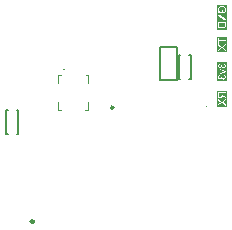
<source format=gbo>
G04*
G04 #@! TF.GenerationSoftware,Altium Limited,Altium Designer,24.4.1 (13)*
G04*
G04 Layer_Color=32896*
%FSLAX44Y44*%
%MOMM*%
G71*
G04*
G04 #@! TF.SameCoordinates,CC372D61-D2D5-4D84-A055-2445D59649BF*
G04*
G04*
G04 #@! TF.FilePolarity,Positive*
G04*
G01*
G75*
%ADD10C,0.2500*%
%ADD12C,0.1500*%
%ADD68C,0.1000*%
G36*
X942699Y802575D02*
Y789425D01*
X934301D01*
Y802575D01*
X942699D01*
D02*
G37*
G36*
Y756825D02*
Y743175D01*
X934301D01*
Y756825D01*
X942699D01*
D02*
G37*
G36*
X942810Y808542D02*
X934190D01*
Y829458D01*
X942810D01*
Y808542D01*
D02*
G37*
G36*
X942768Y780819D02*
Y765181D01*
X934232D01*
Y780819D01*
X942768D01*
D02*
G37*
%LPC*%
G36*
X941699Y801575D02*
Y799467D01*
X936059D01*
Y801575D01*
X941699D01*
X935301D01*
Y796508D01*
X936059D01*
Y798616D01*
X941699D01*
Y801575D01*
D02*
G37*
G36*
Y796287D02*
X938389Y793818D01*
X935301Y796000D01*
Y796287D01*
Y790425D01*
D01*
Y790601D01*
X938343Y792820D01*
X941699Y790425D01*
Y791470D01*
X939425Y793088D01*
X939415Y793097D01*
X939388Y793115D01*
X939351Y793134D01*
X939304Y793171D01*
X939175Y793254D01*
X939036Y793346D01*
X939045Y793356D01*
X939082Y793383D01*
X939138Y793420D01*
X939212Y793467D01*
X939360Y793568D01*
X939425Y793615D01*
X939480Y793652D01*
X941699Y795270D01*
Y796287D01*
D02*
G37*
%LPD*%
G36*
X936947Y793827D02*
X936956D01*
X936965Y793809D01*
X936993Y793790D01*
X937030Y793763D01*
X937122Y793707D01*
X937233Y793624D01*
X937363Y793541D01*
X937492Y793457D01*
X937612Y793383D01*
X937723Y793319D01*
X937705Y793310D01*
X937668Y793282D01*
X937594Y793236D01*
X937501Y793171D01*
X937400Y793097D01*
X937270Y793005D01*
X937141Y792912D01*
X937002Y792801D01*
X935301Y791525D01*
Y794992D01*
X936947Y793827D01*
D02*
G37*
%LPC*%
G36*
X941699Y755825D02*
X935301D01*
Y750203D01*
Y752857D01*
X935310Y752783D01*
Y752700D01*
X935320Y752506D01*
X935347Y752302D01*
X935375Y752080D01*
X935421Y751877D01*
X935449Y751775D01*
X935477Y751692D01*
Y751683D01*
X935486Y751674D01*
X935514Y751618D01*
X935551Y751535D01*
X935615Y751433D01*
X935698Y751322D01*
X935809Y751202D01*
X935939Y751091D01*
X936087Y750980D01*
X936096D01*
X936105Y750971D01*
X936161Y750934D01*
X936253Y750897D01*
X936374Y750841D01*
X936512Y750795D01*
X936679Y750749D01*
X936854Y750721D01*
X937048Y750712D01*
X937058D01*
X937076D01*
X937113D01*
X937159Y750721D01*
X937224D01*
X937289Y750730D01*
X937446Y750767D01*
X937631Y750823D01*
X937825Y750897D01*
X938019Y751008D01*
X938112Y751082D01*
X938204Y751156D01*
X938213Y751165D01*
X938223Y751174D01*
X938250Y751202D01*
X938278Y751239D01*
X938315Y751285D01*
X938352Y751341D01*
X938398Y751415D01*
X938454Y751489D01*
X938500Y751581D01*
X938546Y751683D01*
X938602Y751794D01*
X938648Y751914D01*
X938685Y752053D01*
X938731Y752191D01*
X938759Y752348D01*
X938787Y752515D01*
X938796Y752496D01*
X938814Y752459D01*
X938851Y752404D01*
X938888Y752330D01*
X938990Y752163D01*
X939055Y752080D01*
X939110Y752006D01*
X939129Y751988D01*
X939175Y751942D01*
X939249Y751868D01*
X939341Y751775D01*
X939471Y751674D01*
X939609Y751553D01*
X939776Y751433D01*
X939961Y751304D01*
X941699Y750203D01*
Y751257D01*
X940368Y752099D01*
X940358D01*
X940340Y752117D01*
X940312Y752136D01*
X940275Y752163D01*
X940173Y752228D01*
X940044Y752311D01*
X939905Y752413D01*
X939757Y752515D01*
X939619Y752617D01*
X939489Y752709D01*
X939480Y752718D01*
X939443Y752746D01*
X939388Y752792D01*
X939323Y752857D01*
X939184Y752996D01*
X939119Y753070D01*
X939064Y753143D01*
X939055Y753153D01*
X939045Y753171D01*
X939027Y753208D01*
X938999Y753264D01*
X938971Y753319D01*
X938944Y753384D01*
X938897Y753532D01*
Y753541D01*
X938888Y753560D01*
Y753597D01*
X938879Y753643D01*
X938870Y753708D01*
Y753782D01*
X938860Y753883D01*
Y754974D01*
X941699D01*
Y755825D01*
D02*
G37*
G36*
Y750037D02*
X938389Y747568D01*
X935301Y749750D01*
Y750037D01*
Y748743D01*
X936947Y747578D01*
X936956D01*
X936965Y747559D01*
X936993Y747541D01*
X937030Y747513D01*
X937122Y747458D01*
X937233Y747374D01*
X937363Y747291D01*
X937492Y747208D01*
X937612Y747134D01*
X937723Y747069D01*
X937705Y747060D01*
X937668Y747032D01*
X937594Y746986D01*
X937501Y746921D01*
X937400Y746847D01*
X937270Y746755D01*
X937141Y746662D01*
X937002Y746551D01*
X935301Y745275D01*
Y744175D01*
Y744351D01*
X938343Y746570D01*
X941699Y744175D01*
Y745220D01*
X939425Y746838D01*
X939415Y746847D01*
X939388Y746866D01*
X939351Y746884D01*
X939304Y746921D01*
X939175Y747004D01*
X939036Y747097D01*
X939045Y747106D01*
X939082Y747134D01*
X939138Y747171D01*
X939212Y747217D01*
X939360Y747319D01*
X939425Y747365D01*
X939480Y747402D01*
X941699Y749020D01*
Y750037D01*
D02*
G37*
%LPD*%
G36*
X938130Y753070D02*
X938121Y752959D01*
X938112Y752829D01*
X938102Y752681D01*
X938084Y752533D01*
X938056Y752385D01*
X938019Y752256D01*
X938010Y752237D01*
X937991Y752200D01*
X937964Y752145D01*
X937927Y752071D01*
X937871Y751988D01*
X937806Y751905D01*
X937723Y751821D01*
X937631Y751757D01*
X937622Y751747D01*
X937585Y751729D01*
X937529Y751701D01*
X937455Y751664D01*
X937372Y751637D01*
X937280Y751609D01*
X937169Y751590D01*
X937058Y751581D01*
X937048D01*
X937039D01*
X936984Y751590D01*
X936900Y751600D01*
X936789Y751618D01*
X936679Y751664D01*
X936549Y751720D01*
X936429Y751803D01*
X936309Y751914D01*
X936300Y751932D01*
X936263Y751979D01*
X936216Y752053D01*
X936161Y752173D01*
X936105Y752311D01*
X936059Y752496D01*
X936022Y752709D01*
X936013Y752959D01*
Y754974D01*
X938130D01*
Y753070D01*
D02*
G37*
%LPC*%
G36*
X938537Y828458D02*
X935190D01*
Y822532D01*
Y825139D01*
X935199Y825084D01*
Y825010D01*
X935218Y824834D01*
X935246Y824640D01*
X935292Y824436D01*
X935347Y824214D01*
X935421Y824002D01*
Y823993D01*
X935430Y823974D01*
X935440Y823946D01*
X935458Y823909D01*
X935514Y823808D01*
X935578Y823678D01*
X935671Y823540D01*
X935782Y823392D01*
X935902Y823253D01*
X936050Y823123D01*
X936068Y823105D01*
X936124Y823068D01*
X936207Y823013D01*
X936327Y822939D01*
X936475Y822865D01*
X936660Y822781D01*
X936863Y822698D01*
X937095Y822634D01*
X937298Y823401D01*
X937289D01*
X937280Y823410D01*
X937252Y823419D01*
X937215Y823429D01*
X937132Y823456D01*
X937021Y823493D01*
X936891Y823549D01*
X936771Y823614D01*
X936642Y823678D01*
X936531Y823762D01*
X936521Y823771D01*
X936484Y823799D01*
X936438Y823854D01*
X936374Y823919D01*
X936300Y824002D01*
X936226Y824113D01*
X936152Y824233D01*
X936087Y824372D01*
X936078Y824390D01*
X936059Y824436D01*
X936031Y824520D01*
X935994Y824631D01*
X935967Y824760D01*
X935939Y824908D01*
X935920Y825074D01*
X935911Y825250D01*
Y825352D01*
X935920Y825398D01*
Y825453D01*
X935930Y825592D01*
X935957Y825749D01*
X935985Y825925D01*
X936031Y826091D01*
X936096Y826258D01*
X936105Y826276D01*
X936124Y826332D01*
X936170Y826406D01*
X936216Y826498D01*
X936290Y826609D01*
X936364Y826729D01*
X936457Y826840D01*
X936558Y826942D01*
X936568Y826951D01*
X936605Y826988D01*
X936669Y827034D01*
X936743Y827090D01*
X936836Y827155D01*
X936947Y827219D01*
X937067Y827284D01*
X937196Y827349D01*
X937206D01*
X937224Y827358D01*
X937252Y827367D01*
X937298Y827386D01*
X937354Y827404D01*
X937418Y827423D01*
X937492Y827450D01*
X937575Y827469D01*
X937770Y827515D01*
X937991Y827552D01*
X938223Y827580D01*
X938482Y827589D01*
X938491D01*
X938519D01*
X938565D01*
X938620Y827580D01*
X938694D01*
X938787Y827571D01*
X938879Y827561D01*
X938981Y827552D01*
X939212Y827515D01*
X939452Y827469D01*
X939693Y827395D01*
X939924Y827302D01*
X939933D01*
X939951Y827284D01*
X939979Y827275D01*
X940016Y827247D01*
X940118Y827182D01*
X940247Y827081D01*
X940386Y826960D01*
X940525Y826813D01*
X940654Y826637D01*
X940774Y826443D01*
Y826433D01*
X940784Y826415D01*
X940802Y826387D01*
X940821Y826341D01*
X940839Y826295D01*
X940858Y826230D01*
X940913Y826082D01*
X940959Y825897D01*
X941005Y825694D01*
X941042Y825472D01*
X941052Y825241D01*
Y825148D01*
X941042Y825093D01*
Y825037D01*
X941024Y824899D01*
X941005Y824732D01*
X940969Y824557D01*
X940913Y824362D01*
X940848Y824168D01*
Y824159D01*
X940839Y824140D01*
X940830Y824122D01*
X940811Y824085D01*
X940765Y823983D01*
X940710Y823872D01*
X940645Y823743D01*
X940571Y823604D01*
X940488Y823475D01*
X940395Y823364D01*
X939193D01*
Y825250D01*
X938435D01*
Y822532D01*
X940811D01*
X940821Y822541D01*
X940830Y822560D01*
X940858Y822597D01*
X940895Y822643D01*
X940932Y822698D01*
X940978Y822763D01*
X941033Y822846D01*
X941089Y822929D01*
X941209Y823123D01*
X941338Y823345D01*
X941459Y823577D01*
X941560Y823826D01*
Y823835D01*
X941570Y823854D01*
X941579Y823891D01*
X941597Y823937D01*
X941616Y824002D01*
X941644Y824076D01*
X941662Y824159D01*
X941681Y824242D01*
X941727Y824446D01*
X941773Y824677D01*
X941801Y824926D01*
X941810Y825185D01*
Y825278D01*
X941801Y825342D01*
Y825426D01*
X941791Y825527D01*
X941773Y825638D01*
X941764Y825759D01*
X941708Y826027D01*
X941644Y826313D01*
X941542Y826609D01*
X941486Y826757D01*
X941412Y826905D01*
X941403Y826914D01*
X941394Y826942D01*
X941366Y826979D01*
X941338Y827034D01*
X941292Y827099D01*
X941246Y827164D01*
X941116Y827339D01*
X940950Y827524D01*
X940747Y827719D01*
X940516Y827904D01*
X940247Y828070D01*
X940238D01*
X940210Y828088D01*
X940173Y828107D01*
X940109Y828135D01*
X940044Y828162D01*
X939951Y828190D01*
X939859Y828227D01*
X939748Y828264D01*
X939628Y828301D01*
X939489Y828338D01*
X939351Y828366D01*
X939203Y828393D01*
X938879Y828440D01*
X938537Y828458D01*
D02*
G37*
G36*
X941699Y821293D02*
X935301D01*
Y816254D01*
X941699D01*
Y817132D01*
X936679Y820479D01*
X941699D01*
Y821293D01*
D02*
G37*
G36*
Y814830D02*
X935301D01*
Y809542D01*
D01*
Y812371D01*
X935310Y812205D01*
X935320Y812020D01*
X935338Y811835D01*
X935366Y811650D01*
X935394Y811493D01*
Y811483D01*
X935403Y811465D01*
Y811437D01*
X935421Y811400D01*
X935449Y811298D01*
X935495Y811169D01*
X935560Y811021D01*
X935643Y810864D01*
X935735Y810707D01*
X935856Y810559D01*
X935865Y810549D01*
X935874Y810540D01*
X935902Y810512D01*
X935930Y810475D01*
X936022Y810383D01*
X936152Y810272D01*
X936309Y810152D01*
X936494Y810023D01*
X936706Y809902D01*
X936947Y809801D01*
X936956D01*
X936974Y809791D01*
X937011Y809773D01*
X937067Y809764D01*
X937132Y809736D01*
X937206Y809717D01*
X937289Y809699D01*
X937391Y809671D01*
X937492Y809643D01*
X937612Y809625D01*
X937871Y809579D01*
X938158Y809551D01*
X938472Y809542D01*
X938592D01*
X938657Y809551D01*
X938731D01*
X938907Y809560D01*
X939110Y809588D01*
X939323Y809616D01*
X939545Y809662D01*
X939767Y809717D01*
X939776D01*
X939794Y809727D01*
X939822Y809736D01*
X939859Y809745D01*
X939961Y809782D01*
X940090Y809838D01*
X940238Y809893D01*
X940386Y809967D01*
X940543Y810060D01*
X940691Y810152D01*
X940710Y810161D01*
X940756Y810198D01*
X940821Y810254D01*
X940904Y810328D01*
X940996Y810411D01*
X941089Y810512D01*
X941190Y810614D01*
X941274Y810734D01*
X941283Y810753D01*
X941311Y810790D01*
X941348Y810855D01*
X941394Y810947D01*
X941449Y811058D01*
X941496Y811188D01*
X941551Y811335D01*
X941597Y811502D01*
Y811520D01*
X941607Y811548D01*
X941616Y811576D01*
X941625Y811668D01*
X941644Y811798D01*
X941662Y811946D01*
X941681Y812121D01*
X941690Y812315D01*
X941699Y812528D01*
Y814830D01*
D02*
G37*
%LPD*%
G36*
X938380Y828449D02*
X938297D01*
X938195Y828440D01*
X938093Y828421D01*
X937973Y828412D01*
X937843Y828384D01*
X937705Y828366D01*
X937409Y828292D01*
X937104Y828199D01*
X936799Y828070D01*
X936789Y828061D01*
X936762Y828051D01*
X936725Y828033D01*
X936669Y827996D01*
X936595Y827959D01*
X936521Y827913D01*
X936346Y827783D01*
X936142Y827626D01*
X935948Y827432D01*
X935754Y827210D01*
X935671Y827081D01*
X935588Y826951D01*
X935578Y826942D01*
X935569Y826914D01*
X935551Y826877D01*
X935523Y826822D01*
X935495Y826748D01*
X935458Y826665D01*
X935421Y826572D01*
X935384Y826461D01*
X935347Y826341D01*
X935320Y826212D01*
X935283Y826073D01*
X935255Y825925D01*
X935209Y825601D01*
X935190Y825435D01*
Y828458D01*
X938445D01*
X938380Y828449D01*
D02*
G37*
G36*
X940331Y817068D02*
X935301D01*
Y820424D01*
X940331Y817068D01*
D02*
G37*
G36*
X940941Y812463D02*
X940932Y812399D01*
X940922Y812260D01*
X940913Y812103D01*
X940895Y811936D01*
X940867Y811770D01*
X940830Y811631D01*
X940821Y811613D01*
X940811Y811566D01*
X940784Y811502D01*
X940747Y811419D01*
X940691Y811326D01*
X940636Y811234D01*
X940571Y811141D01*
X940497Y811049D01*
X940479Y811040D01*
X940442Y811003D01*
X940377Y810947D01*
X940284Y810882D01*
X940164Y810808D01*
X940025Y810725D01*
X939868Y810651D01*
X939693Y810586D01*
X939683D01*
X939665Y810577D01*
X939637Y810568D01*
X939600Y810559D01*
X939554Y810549D01*
X939489Y810531D01*
X939425Y810512D01*
X939351Y810494D01*
X939166Y810466D01*
X938953Y810439D01*
X938713Y810420D01*
X938454Y810411D01*
X938445D01*
X938408D01*
X938361D01*
X938287Y810420D01*
X938204D01*
X938112Y810429D01*
X938001Y810439D01*
X937890Y810448D01*
X937640Y810494D01*
X937381Y810549D01*
X937141Y810633D01*
X937021Y810688D01*
X936919Y810744D01*
X936910D01*
X936891Y810762D01*
X936863Y810781D01*
X936826Y810799D01*
X936734Y810873D01*
X936623Y810966D01*
X936503Y811086D01*
X936383Y811224D01*
X936281Y811382D01*
X936198Y811548D01*
X936189Y811566D01*
X936179Y811613D01*
X936152Y811696D01*
X936124Y811816D01*
X936105Y811964D01*
X936078Y812149D01*
X936068Y812260D01*
Y812380D01*
X936059Y812500D01*
Y813980D01*
X940941D01*
Y812463D01*
D02*
G37*
%LPC*%
G36*
X939965Y779819D02*
D01*
X939864Y779033D01*
X939873D01*
X939891Y779024D01*
X939928Y779014D01*
X939975Y779005D01*
X940030Y778996D01*
X940095Y778977D01*
X940234Y778931D01*
X940400Y778866D01*
X940557Y778783D01*
X940705Y778691D01*
X940835Y778580D01*
X940844Y778561D01*
X940881Y778524D01*
X940927Y778450D01*
X940973Y778358D01*
X941029Y778247D01*
X941075Y778108D01*
X941112Y777951D01*
X941121Y777785D01*
Y777729D01*
X941112Y777692D01*
X941103Y777590D01*
X941075Y777461D01*
X941029Y777313D01*
X940964Y777156D01*
X940871Y776999D01*
X940742Y776851D01*
X940723Y776832D01*
X940668Y776786D01*
X940585Y776731D01*
X940474Y776657D01*
X940335Y776583D01*
X940178Y776527D01*
X939993Y776481D01*
X939790Y776462D01*
X939781D01*
X939762D01*
X939734D01*
X939697Y776472D01*
X939596Y776481D01*
X939475Y776509D01*
X939327Y776546D01*
X939180Y776610D01*
X939032Y776703D01*
X938893Y776823D01*
X938874Y776842D01*
X938837Y776888D01*
X938782Y776962D01*
X938717Y777064D01*
X938652Y777193D01*
X938597Y777350D01*
X938560Y777526D01*
X938542Y777720D01*
Y777803D01*
X938551Y777868D01*
X938560Y777951D01*
X938578Y778044D01*
X938597Y778155D01*
X938625Y778275D01*
X937931Y778182D01*
Y778136D01*
X937941Y778099D01*
Y777979D01*
X937922Y777877D01*
X937904Y777757D01*
X937876Y777618D01*
X937830Y777461D01*
X937765Y777313D01*
X937682Y777156D01*
Y777147D01*
X937673Y777137D01*
X937635Y777091D01*
X937571Y777027D01*
X937488Y776953D01*
X937367Y776879D01*
X937229Y776814D01*
X937072Y776768D01*
X936979Y776749D01*
X936877D01*
X936868D01*
X936859D01*
X936803D01*
X936729Y776768D01*
X936628Y776786D01*
X936517Y776823D01*
X936397Y776869D01*
X936276Y776943D01*
X936165Y777045D01*
X936156Y777054D01*
X936119Y777101D01*
X936073Y777165D01*
X936018Y777248D01*
X935971Y777359D01*
X935925Y777489D01*
X935888Y777637D01*
X935879Y777803D01*
Y777877D01*
X935897Y777960D01*
X935916Y778071D01*
X935953Y778191D01*
X935999Y778312D01*
X936073Y778441D01*
X936165Y778561D01*
X936175Y778570D01*
X936221Y778607D01*
X936286Y778663D01*
X936378Y778728D01*
X936498Y778792D01*
X936646Y778857D01*
X936822Y778913D01*
X937025Y778950D01*
X936887Y779735D01*
X936877D01*
X936850Y779726D01*
X936813Y779717D01*
X936757Y779708D01*
X936692Y779689D01*
X936618Y779661D01*
X936443Y779606D01*
X936239Y779514D01*
X936036Y779403D01*
X935842Y779264D01*
X935666Y779088D01*
X935657Y779079D01*
X935648Y779061D01*
X935629Y779033D01*
X935602Y778996D01*
X935564Y778950D01*
X935527Y778885D01*
X935490Y778820D01*
X935444Y778737D01*
X935370Y778552D01*
X935296Y778339D01*
X935250Y778090D01*
X935232Y777960D01*
Y779819D01*
X939965D01*
X935232D01*
Y775630D01*
Y777729D01*
X935241Y777627D01*
X935259Y777507D01*
X935287Y777359D01*
X935333Y777193D01*
X935389Y777027D01*
X935463Y776860D01*
Y776851D01*
X935472Y776842D01*
X935500Y776786D01*
X935555Y776703D01*
X935620Y776610D01*
X935712Y776499D01*
X935814Y776388D01*
X935934Y776278D01*
X936073Y776185D01*
X936092Y776176D01*
X936138Y776148D01*
X936221Y776111D01*
X936323Y776065D01*
X936443Y776019D01*
X936581Y775982D01*
X936739Y775954D01*
X936896Y775945D01*
X936914D01*
X936970D01*
X937044Y775954D01*
X937145Y775973D01*
X937266Y776000D01*
X937395Y776047D01*
X937524Y776102D01*
X937654Y776176D01*
X937673Y776185D01*
X937710Y776213D01*
X937774Y776268D01*
X937848Y776342D01*
X937931Y776435D01*
X938024Y776546D01*
X938107Y776675D01*
X938190Y776832D01*
Y776823D01*
X938199Y776805D01*
X938209Y776777D01*
X938218Y776740D01*
X938255Y776638D01*
X938310Y776509D01*
X938384Y776361D01*
X938477Y776213D01*
X938597Y776074D01*
X938736Y775945D01*
X938754Y775936D01*
X938810Y775899D01*
X938902Y775843D01*
X939022Y775788D01*
X939170Y775732D01*
X939346Y775677D01*
X939549Y775640D01*
X939771Y775630D01*
X939854D01*
X939910Y775640D01*
X939984Y775649D01*
X940067Y775667D01*
X940160Y775686D01*
X940261Y775704D01*
X940483Y775778D01*
X940603Y775834D01*
X940714Y775889D01*
X940835Y775963D01*
X940955Y776047D01*
X941075Y776139D01*
X941186Y776250D01*
X941195Y776259D01*
X941214Y776278D01*
X941241Y776315D01*
X941278Y776361D01*
X941324Y776416D01*
X941371Y776490D01*
X941426Y776573D01*
X941472Y776675D01*
X941528Y776777D01*
X941583Y776897D01*
X941630Y777017D01*
X941676Y777156D01*
X941713Y777304D01*
X941740Y777461D01*
X941759Y777618D01*
X941768Y777794D01*
Y777877D01*
X941759Y777933D01*
X941750Y778007D01*
X941740Y778090D01*
X941722Y778182D01*
X941704Y778284D01*
X941648Y778506D01*
X941556Y778737D01*
X941500Y778857D01*
X941435Y778968D01*
X941352Y779079D01*
X941269Y779190D01*
X941260Y779199D01*
X941241Y779218D01*
X941214Y779245D01*
X941177Y779273D01*
X941130Y779319D01*
X941066Y779366D01*
X941001Y779421D01*
X940918Y779477D01*
X940825Y779532D01*
X940733Y779587D01*
X940511Y779689D01*
X940252Y779772D01*
X940113Y779800D01*
X939965Y779819D01*
D02*
G37*
G36*
X941657Y775122D02*
X937016D01*
Y770860D01*
D01*
X941657Y772626D01*
Y773374D01*
X937016Y775122D01*
X941657D01*
D02*
G37*
G36*
X939965Y770370D02*
D01*
X939864Y769584D01*
X939873D01*
X939891Y769575D01*
X939928Y769565D01*
X939975Y769556D01*
X940030Y769547D01*
X940095Y769528D01*
X940234Y769482D01*
X940400Y769417D01*
X940557Y769334D01*
X940705Y769242D01*
X940835Y769131D01*
X940844Y769112D01*
X940881Y769075D01*
X940927Y769001D01*
X940973Y768909D01*
X941029Y768798D01*
X941075Y768659D01*
X941112Y768502D01*
X941121Y768336D01*
Y768280D01*
X941112Y768243D01*
X941103Y768141D01*
X941075Y768012D01*
X941029Y767864D01*
X940964Y767707D01*
X940871Y767550D01*
X940742Y767402D01*
X940723Y767383D01*
X940668Y767337D01*
X940585Y767282D01*
X940474Y767208D01*
X940335Y767134D01*
X940178Y767078D01*
X939993Y767032D01*
X939790Y767013D01*
X939781D01*
X939762D01*
X939734D01*
X939697Y767023D01*
X939596Y767032D01*
X939475Y767060D01*
X939327Y767097D01*
X939180Y767161D01*
X939032Y767254D01*
X938893Y767374D01*
X938874Y767393D01*
X938837Y767439D01*
X938782Y767513D01*
X938717Y767615D01*
X938652Y767744D01*
X938597Y767901D01*
X938560Y768077D01*
X938542Y768271D01*
Y768354D01*
X938551Y768419D01*
X938560Y768502D01*
X938578Y768595D01*
X938597Y768705D01*
X938625Y768826D01*
X937931Y768733D01*
Y768687D01*
X937941Y768650D01*
Y768530D01*
X937922Y768428D01*
X937904Y768308D01*
X937876Y768169D01*
X937830Y768012D01*
X937765Y767864D01*
X937682Y767707D01*
Y767698D01*
X937673Y767688D01*
X937635Y767642D01*
X937571Y767578D01*
X937488Y767504D01*
X937367Y767430D01*
X937229Y767365D01*
X937072Y767319D01*
X936979Y767300D01*
X936877D01*
X936868D01*
X936859D01*
X936803D01*
X936729Y767319D01*
X936628Y767337D01*
X936517Y767374D01*
X936397Y767420D01*
X936276Y767494D01*
X936165Y767596D01*
X936156Y767605D01*
X936119Y767651D01*
X936073Y767716D01*
X936018Y767799D01*
X935971Y767910D01*
X935925Y768040D01*
X935888Y768188D01*
X935879Y768354D01*
Y768428D01*
X935897Y768511D01*
X935916Y768622D01*
X935953Y768742D01*
X935999Y768863D01*
X936073Y768992D01*
X936165Y769112D01*
X936175Y769121D01*
X936221Y769158D01*
X936286Y769214D01*
X936378Y769279D01*
X936498Y769343D01*
X936646Y769408D01*
X936822Y769464D01*
X937025Y769501D01*
X936887Y770286D01*
X936877D01*
X936850Y770277D01*
X936813Y770268D01*
X936757Y770259D01*
X936692Y770240D01*
X936618Y770212D01*
X936443Y770157D01*
X936239Y770065D01*
X936036Y769954D01*
X935842Y769815D01*
X935666Y769639D01*
X935657Y769630D01*
X935648Y769612D01*
X935629Y769584D01*
X935602Y769547D01*
X935564Y769501D01*
X935527Y769436D01*
X935490Y769371D01*
X935444Y769288D01*
X935370Y769103D01*
X935296Y768890D01*
X935250Y768641D01*
X935232Y768511D01*
Y768530D01*
Y766181D01*
Y768280D01*
X935241Y768178D01*
X935259Y768058D01*
X935287Y767910D01*
X935333Y767744D01*
X935389Y767578D01*
X935463Y767411D01*
Y767402D01*
X935472Y767393D01*
X935500Y767337D01*
X935555Y767254D01*
X935620Y767161D01*
X935712Y767050D01*
X935814Y766939D01*
X935934Y766829D01*
X936073Y766736D01*
X936092Y766727D01*
X936138Y766699D01*
X936221Y766662D01*
X936323Y766616D01*
X936443Y766570D01*
X936581Y766533D01*
X936739Y766505D01*
X936896Y766496D01*
X936914D01*
X936970D01*
X937044Y766505D01*
X937145Y766524D01*
X937266Y766551D01*
X937395Y766598D01*
X937524Y766653D01*
X937654Y766727D01*
X937673Y766736D01*
X937710Y766764D01*
X937774Y766819D01*
X937848Y766893D01*
X937931Y766986D01*
X938024Y767097D01*
X938107Y767226D01*
X938190Y767383D01*
Y767374D01*
X938199Y767356D01*
X938209Y767328D01*
X938218Y767291D01*
X938255Y767189D01*
X938310Y767060D01*
X938384Y766912D01*
X938477Y766764D01*
X938597Y766625D01*
X938736Y766496D01*
X938754Y766487D01*
X938810Y766450D01*
X938902Y766394D01*
X939022Y766339D01*
X939170Y766283D01*
X939346Y766228D01*
X939549Y766191D01*
X939771Y766181D01*
X939854D01*
X939910Y766191D01*
X939984Y766200D01*
X940067Y766218D01*
X940160Y766237D01*
X940261Y766255D01*
X940483Y766329D01*
X940603Y766385D01*
X940714Y766440D01*
X940835Y766514D01*
X940955Y766598D01*
X941075Y766690D01*
X941186Y766801D01*
X941195Y766810D01*
X941214Y766829D01*
X941241Y766866D01*
X941278Y766912D01*
X941324Y766967D01*
X941371Y767041D01*
X941426Y767124D01*
X941472Y767226D01*
X941528Y767328D01*
X941583Y767448D01*
X941630Y767568D01*
X941676Y767707D01*
X941713Y767855D01*
X941740Y768012D01*
X941759Y768169D01*
X941768Y768345D01*
Y768040D01*
Y768345D01*
Y768428D01*
X941759Y768484D01*
X941750Y768558D01*
X941740Y768641D01*
X941722Y768733D01*
X941704Y768835D01*
X941648Y769057D01*
X941556Y769288D01*
X941500Y769408D01*
X941435Y769519D01*
X941352Y769630D01*
X941269Y769741D01*
X941260Y769750D01*
X941241Y769769D01*
X941214Y769796D01*
X941177Y769824D01*
X941130Y769870D01*
X941066Y769917D01*
X941001Y769972D01*
X940918Y770028D01*
X940825Y770083D01*
X940733Y770138D01*
X940511Y770240D01*
X940252Y770323D01*
X940113Y770351D01*
X939965Y770370D01*
D02*
G37*
%LPD*%
G36*
X939799Y773291D02*
X939808D01*
X939817Y773282D01*
X939845Y773273D01*
X939873Y773263D01*
X939965Y773236D01*
X940086Y773199D01*
X940224Y773153D01*
X940381Y773097D01*
X940557Y773051D01*
X940733Y772995D01*
X940714Y772986D01*
X940668Y772977D01*
X940594Y772949D01*
X940483Y772921D01*
X940363Y772875D01*
X940206Y772829D01*
X940039Y772764D01*
X939854Y772700D01*
X937016Y771673D01*
Y774290D01*
X939799Y773291D01*
D02*
G37*
D10*
X779250Y646000D02*
G03*
X779250Y646000I-1250J0D01*
G01*
X846516Y742356D02*
G03*
X846516Y742356I-1013J0D01*
G01*
D12*
X910810Y787160D02*
X912000D01*
Y766840D02*
Y787160D01*
X910810Y766840D02*
X912000D01*
X902000D02*
X903190D01*
X902000D02*
Y787160D01*
X903190D01*
X886000Y766000D02*
X900000D01*
Y794000D01*
X886000Y766000D02*
Y794000D01*
X900000D01*
X756000Y719840D02*
X757190D01*
X756000D02*
Y740160D01*
X757190D01*
X764810D02*
X766000D01*
Y719840D02*
Y740160D01*
X764810Y719840D02*
X766000D01*
D68*
X804500Y774500D02*
G03*
X805500Y774500I500J0D01*
G01*
D02*
G03*
X804500Y774500I-500J0D01*
G01*
X925000Y743000D02*
G03*
X926000Y743000I500J0D01*
G01*
D02*
G03*
X925000Y743000I-500J0D01*
G01*
X822500Y740500D02*
X825000D01*
Y747500D01*
Y763500D02*
Y770500D01*
X823500D02*
X825000D01*
X800000Y740500D02*
X802500D01*
X800000D02*
Y747500D01*
Y763500D02*
Y770500D01*
X802500D01*
M02*

</source>
